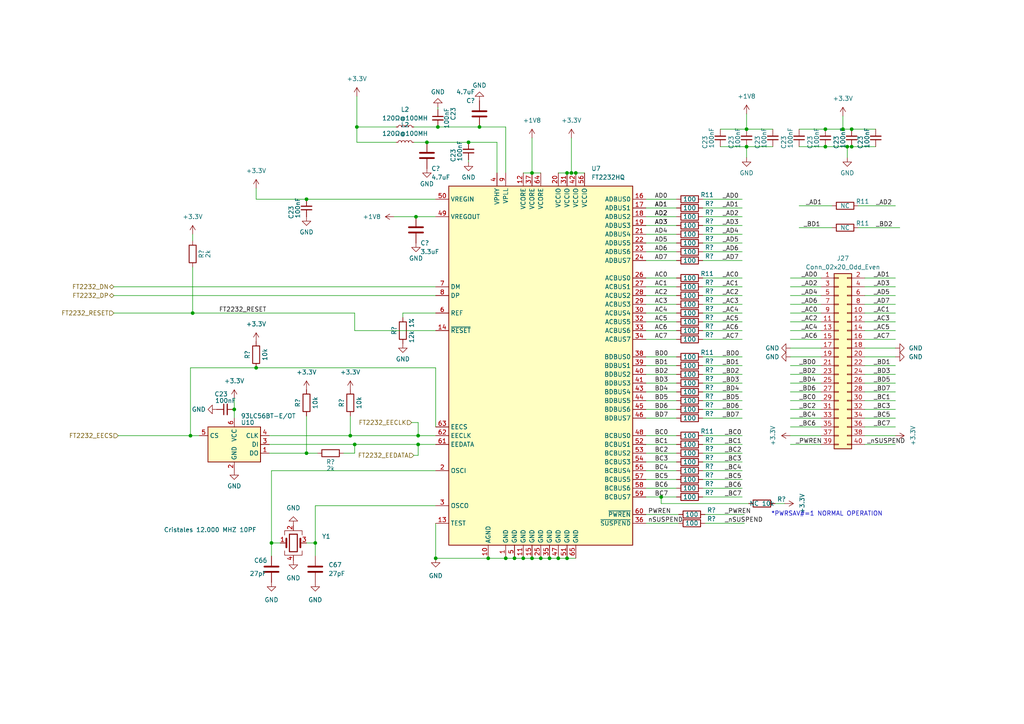
<source format=kicad_sch>
(kicad_sch (version 20230121) (generator eeschema)
  (paper "A4")
  (junction (at 120.65 62.865))
  (junction (at 103.505 36.83))
  (junction (at 216.535 42.545))
  (junction (at 151.765 161.925))
  (junction (at 146.685 161.925))
  (junction (at 88.9 131.445))
  (junction (at 247.015 37.465))
  (junction (at 102.87 128.905))
  (junction (at 55.88 90.805))
  (junction (at 239.395 37.465))
  (junction (at 101.6 126.365))
  (junction (at 216.535 37.465))
  (junction (at 123.825 41.275))
  (junction (at 165.735 50.165))
  (junction (at 88.9 57.785))
  (junction (at 164.465 50.165))
  (junction (at 154.305 50.165))
  (junction (at 74.295 106.68))
  (junction (at 127 36.83))
  (junction (at 239.395 42.545))
  (junction (at 154.305 161.925))
  (junction (at 247.015 42.545))
  (junction (at 91.44 157.48))
  (junction (at 161.925 161.925))
  (junction (at 141.605 161.925))
  (junction (at 121.285 126.365))
  (junction (at 149.225 161.925))
  (junction (at 67.945 118.745))
  (junction (at 164.465 161.925))
  (junction (at 78.74 157.48))
  (junction (at 135.89 41.275))
  (junction (at 159.385 161.925))
  (junction (at 167.005 50.165))
  (junction (at 55.245 126.365))
  (junction (at 139.065 36.83))
  (junction (at 191.77 144.145))
  (junction (at 126.365 161.925))
  (junction (at 245.745 42.545))
  (junction (at 156.845 161.925))
  (junction (at 244.475 37.465))
  (junction (at 121.285 128.905))
  (wire (pts (xy 120.015 36.83) (xy 127 36.83)))
  (wire (pts (xy 78.105 126.365) (xy 101.6 126.365)))
  (wire (pts (xy 229.235 106.045) (xy 238.125 106.045)))
  (wire (pts (xy 187.325 133.985) (xy 196.215 133.985)))
  (wire (pts (xy 101.6 126.365) (xy 121.285 126.365)))
  (wire (pts (xy 88.9 157.48) (xy 91.44 157.48)))
  (wire (pts (xy 121.285 128.905) (xy 126.365 128.905)))
  (wire (pts (xy 120.015 41.275) (xy 123.825 41.275)))
  (wire (pts (xy 78.74 161.29) (xy 78.74 157.48)))
  (wire (pts (xy 187.325 141.605) (xy 196.215 141.605)))
  (wire (pts (xy 114.3 62.865) (xy 120.65 62.865)))
  (wire (pts (xy 187.325 90.805) (xy 196.215 90.805)))
  (wire (pts (xy 203.835 111.125) (xy 215.265 111.125)))
  (wire (pts (xy 103.505 36.83) (xy 114.935 36.83)))
  (wire (pts (xy 216.535 42.545) (xy 224.155 42.545)))
  (wire (pts (xy 187.325 121.285) (xy 196.215 121.285)))
  (wire (pts (xy 250.825 118.745) (xy 259.715 118.745)))
  (wire (pts (xy 203.835 141.605) (xy 215.265 141.605)))
  (wire (pts (xy 55.88 77.47) (xy 55.88 90.805)))
  (wire (pts (xy 33.02 83.185) (xy 126.365 83.185)))
  (wire (pts (xy 167.005 50.165) (xy 169.545 50.165)))
  (wire (pts (xy 250.825 85.725) (xy 259.715 85.725)))
  (wire (pts (xy 231.775 59.69) (xy 241.3 59.69)))
  (wire (pts (xy 141.605 161.925) (xy 126.365 161.925)))
  (wire (pts (xy 250.825 100.965) (xy 259.715 100.965)))
  (wire (pts (xy 203.835 70.485) (xy 215.265 70.485)))
  (wire (pts (xy 203.835 88.265) (xy 215.265 88.265)))
  (wire (pts (xy 187.325 75.565) (xy 196.215 75.565)))
  (wire (pts (xy 229.235 80.645) (xy 238.125 80.645)))
  (wire (pts (xy 229.235 111.125) (xy 238.125 111.125)))
  (wire (pts (xy 229.235 90.805) (xy 238.125 90.805)))
  (wire (pts (xy 187.325 136.525) (xy 196.215 136.525)))
  (wire (pts (xy 250.825 103.505) (xy 259.715 103.505)))
  (wire (pts (xy 203.835 73.025) (xy 215.265 73.025)))
  (wire (pts (xy 187.325 70.485) (xy 196.215 70.485)))
  (wire (pts (xy 88.9 131.445) (xy 92.075 131.445)))
  (wire (pts (xy 245.745 42.545) (xy 247.015 42.545)))
  (wire (pts (xy 88.9 57.785) (xy 74.295 57.785)))
  (wire (pts (xy 78.74 157.48) (xy 81.28 157.48)))
  (wire (pts (xy 187.325 60.325) (xy 196.215 60.325)))
  (wire (pts (xy 156.845 161.925) (xy 154.305 161.925)))
  (wire (pts (xy 78.105 128.905) (xy 102.87 128.905)))
  (wire (pts (xy 187.325 103.505) (xy 196.215 103.505)))
  (wire (pts (xy 187.325 131.445) (xy 196.215 131.445)))
  (wire (pts (xy 103.505 27.94) (xy 103.505 36.83)))
  (wire (pts (xy 127 31.115) (xy 127 31.75)))
  (wire (pts (xy 161.925 161.925) (xy 159.385 161.925)))
  (wire (pts (xy 208.915 42.545) (xy 216.535 42.545)))
  (wire (pts (xy 146.685 161.925) (xy 141.605 161.925)))
  (wire (pts (xy 151.765 50.165) (xy 154.305 50.165)))
  (wire (pts (xy 187.325 88.265) (xy 196.215 88.265)))
  (wire (pts (xy 126.365 95.885) (xy 102.87 95.885)))
  (wire (pts (xy 203.835 90.805) (xy 215.265 90.805)))
  (wire (pts (xy 203.835 80.645) (xy 215.265 80.645)))
  (wire (pts (xy 250.825 123.825) (xy 259.715 123.825)))
  (wire (pts (xy 250.825 80.645) (xy 259.715 80.645)))
  (wire (pts (xy 187.325 73.025) (xy 196.215 73.025)))
  (wire (pts (xy 250.825 116.205) (xy 259.715 116.205)))
  (wire (pts (xy 78.74 136.525) (xy 126.365 136.525)))
  (wire (pts (xy 102.87 128.905) (xy 102.87 131.445)))
  (wire (pts (xy 250.825 93.345) (xy 259.715 93.345)))
  (wire (pts (xy 250.825 121.285) (xy 259.715 121.285)))
  (wire (pts (xy 203.835 113.665) (xy 215.265 113.665)))
  (wire (pts (xy 191.77 146.05) (xy 217.17 146.05)))
  (wire (pts (xy 191.77 144.145) (xy 196.215 144.145)))
  (wire (pts (xy 187.325 151.765) (xy 196.85 151.765)))
  (wire (pts (xy 229.235 88.265) (xy 238.125 88.265)))
  (wire (pts (xy 229.235 98.425) (xy 238.125 98.425)))
  (wire (pts (xy 203.835 144.145) (xy 215.265 144.145)))
  (wire (pts (xy 231.775 37.465) (xy 239.395 37.465)))
  (wire (pts (xy 229.235 123.825) (xy 238.125 123.825)))
  (wire (pts (xy 250.825 88.265) (xy 259.715 88.265)))
  (wire (pts (xy 34.29 126.365) (xy 55.245 126.365)))
  (wire (pts (xy 67.945 118.745) (xy 67.945 121.285)))
  (wire (pts (xy 78.105 131.445) (xy 88.9 131.445)))
  (wire (pts (xy 229.235 100.965) (xy 238.125 100.965)))
  (wire (pts (xy 33.02 90.805) (xy 55.88 90.805)))
  (wire (pts (xy 187.325 126.365) (xy 196.215 126.365)))
  (wire (pts (xy 74.295 57.785) (xy 74.295 54.61)))
  (wire (pts (xy 161.925 50.165) (xy 164.465 50.165)))
  (wire (pts (xy 187.325 80.645) (xy 196.215 80.645)))
  (wire (pts (xy 103.505 36.83) (xy 103.505 41.275)))
  (wire (pts (xy 154.305 161.925) (xy 151.765 161.925)))
  (wire (pts (xy 187.325 57.785) (xy 196.215 57.785)))
  (wire (pts (xy 248.92 59.69) (xy 259.715 59.69)))
  (wire (pts (xy 203.835 106.045) (xy 215.265 106.045)))
  (wire (pts (xy 250.825 106.045) (xy 259.715 106.045)))
  (wire (pts (xy 159.385 161.925) (xy 156.845 161.925)))
  (wire (pts (xy 203.835 60.325) (xy 215.265 60.325)))
  (wire (pts (xy 231.775 42.545) (xy 239.395 42.545)))
  (wire (pts (xy 203.835 67.945) (xy 215.265 67.945)))
  (wire (pts (xy 119.38 122.555) (xy 121.285 122.555)))
  (wire (pts (xy 187.325 113.665) (xy 196.215 113.665)))
  (wire (pts (xy 244.475 37.465) (xy 247.015 37.465)))
  (wire (pts (xy 127 36.83) (xy 139.065 36.83)))
  (wire (pts (xy 102.87 128.905) (xy 121.285 128.905)))
  (wire (pts (xy 203.835 103.505) (xy 215.265 103.505)))
  (wire (pts (xy 229.235 103.505) (xy 238.125 103.505)))
  (wire (pts (xy 216.535 42.545) (xy 216.535 45.72)))
  (wire (pts (xy 250.825 83.185) (xy 259.715 83.185)))
  (wire (pts (xy 187.325 83.185) (xy 196.215 83.185)))
  (wire (pts (xy 101.6 120.65) (xy 101.6 126.365)))
  (wire (pts (xy 121.285 122.555) (xy 121.285 126.365)))
  (wire (pts (xy 250.825 108.585) (xy 259.715 108.585)))
  (wire (pts (xy 116.84 90.805) (xy 116.84 92.075)))
  (wire (pts (xy 203.835 65.405) (xy 215.265 65.405)))
  (wire (pts (xy 167.005 161.925) (xy 164.465 161.925)))
  (wire (pts (xy 229.235 93.345) (xy 238.125 93.345)))
  (wire (pts (xy 229.235 85.725) (xy 238.125 85.725)))
  (wire (pts (xy 121.285 126.365) (xy 126.365 126.365)))
  (wire (pts (xy 91.44 146.685) (xy 91.44 157.48)))
  (wire (pts (xy 121.285 132.08) (xy 121.285 128.905)))
  (wire (pts (xy 247.015 37.465) (xy 254 37.465)))
  (wire (pts (xy 250.825 90.805) (xy 259.715 90.805)))
  (wire (pts (xy 203.835 139.065) (xy 215.265 139.065)))
  (wire (pts (xy 239.395 42.545) (xy 245.745 42.545)))
  (wire (pts (xy 203.835 57.785) (xy 215.265 57.785)))
  (wire (pts (xy 102.87 95.885) (xy 102.87 90.805)))
  (wire (pts (xy 187.325 85.725) (xy 196.215 85.725)))
  (wire (pts (xy 247.015 42.545) (xy 254 42.545)))
  (wire (pts (xy 250.825 128.905) (xy 259.715 128.905)))
  (wire (pts (xy 149.225 161.925) (xy 146.685 161.925)))
  (wire (pts (xy 245.745 42.545) (xy 245.745 45.72)))
  (wire (pts (xy 55.245 126.365) (xy 57.785 126.365)))
  (wire (pts (xy 187.325 128.905) (xy 196.215 128.905)))
  (wire (pts (xy 144.145 50.165) (xy 144.145 41.275)))
  (wire (pts (xy 250.825 98.425) (xy 259.715 98.425)))
  (wire (pts (xy 187.325 106.045) (xy 196.215 106.045)))
  (wire (pts (xy 231.775 66.04) (xy 241.3 66.04)))
  (wire (pts (xy 250.825 95.885) (xy 259.715 95.885)))
  (wire (pts (xy 187.325 149.225) (xy 196.85 149.225)))
  (wire (pts (xy 187.325 116.205) (xy 196.215 116.205)))
  (wire (pts (xy 126.365 146.685) (xy 91.44 146.685)))
  (wire (pts (xy 229.235 118.745) (xy 238.125 118.745)))
  (wire (pts (xy 250.825 113.665) (xy 259.715 113.665)))
  (wire (pts (xy 203.835 116.205) (xy 215.265 116.205)))
  (wire (pts (xy 203.835 136.525) (xy 215.265 136.525)))
  (wire (pts (xy 120.65 62.865) (xy 126.365 62.865)))
  (wire (pts (xy 67.945 115.57) (xy 67.945 118.745)))
  (wire (pts (xy 126.365 161.925) (xy 126.365 151.765)))
  (wire (pts (xy 164.465 50.165) (xy 165.735 50.165)))
  (wire (pts (xy 216.535 37.465) (xy 224.155 37.465)))
  (wire (pts (xy 259.715 126.365) (xy 250.825 126.365)))
  (wire (pts (xy 91.44 157.48) (xy 91.44 161.29)))
  (wire (pts (xy 187.325 144.145) (xy 191.77 144.145)))
  (wire (pts (xy 135.89 46.355) (xy 135.89 46.99)))
  (wire (pts (xy 203.835 85.725) (xy 215.265 85.725)))
  (wire (pts (xy 154.305 50.165) (xy 156.845 50.165)))
  (wire (pts (xy 203.835 131.445) (xy 215.265 131.445)))
  (wire (pts (xy 154.305 40.005) (xy 154.305 50.165)))
  (wire (pts (xy 165.735 50.165) (xy 167.005 50.165)))
  (wire (pts (xy 187.325 118.745) (xy 196.215 118.745)))
  (wire (pts (xy 126.365 57.785) (xy 88.9 57.785)))
  (wire (pts (xy 203.835 118.745) (xy 215.265 118.745)))
  (wire (pts (xy 203.835 133.985) (xy 215.265 133.985)))
  (wire (pts (xy 248.92 66.04) (xy 260.985 66.04)))
  (wire (pts (xy 139.065 36.83) (xy 146.685 36.83)))
  (wire (pts (xy 204.47 151.765) (xy 215.9 151.765)))
  (wire (pts (xy 203.835 62.865) (xy 215.265 62.865)))
  (wire (pts (xy 99.695 131.445) (xy 102.87 131.445)))
  (wire (pts (xy 187.325 65.405) (xy 196.215 65.405)))
  (wire (pts (xy 204.47 149.225) (xy 215.9 149.225)))
  (wire (pts (xy 229.235 126.365) (xy 238.125 126.365)))
  (wire (pts (xy 151.765 161.925) (xy 149.225 161.925)))
  (wire (pts (xy 78.74 157.48) (xy 78.74 136.525)))
  (wire (pts (xy 74.295 106.68) (xy 55.245 106.68)))
  (wire (pts (xy 203.835 128.905) (xy 215.265 128.905)))
  (wire (pts (xy 33.02 85.725) (xy 126.365 85.725)))
  (wire (pts (xy 165.735 40.005) (xy 165.735 50.165)))
  (wire (pts (xy 126.365 106.68) (xy 74.295 106.68)))
  (wire (pts (xy 203.835 108.585) (xy 215.265 108.585)))
  (wire (pts (xy 187.325 98.425) (xy 196.215 98.425)))
  (wire (pts (xy 126.365 123.825) (xy 126.365 106.68)))
  (wire (pts (xy 203.835 126.365) (xy 215.265 126.365)))
  (wire (pts (xy 123.825 41.275) (xy 135.89 41.275)))
  (wire (pts (xy 229.235 95.885) (xy 238.125 95.885)))
  (wire (pts (xy 203.835 121.285) (xy 215.265 121.285)))
  (wire (pts (xy 164.465 161.925) (xy 161.925 161.925)))
  (wire (pts (xy 203.835 83.185) (xy 215.265 83.185)))
  (wire (pts (xy 135.89 41.275) (xy 144.145 41.275)))
  (wire (pts (xy 55.245 106.68) (xy 55.245 126.365)))
  (wire (pts (xy 187.325 67.945) (xy 196.215 67.945)))
  (wire (pts (xy 146.685 50.165) (xy 146.685 36.83)))
  (wire (pts (xy 114.935 41.275) (xy 103.505 41.275)))
  (wire (pts (xy 203.835 93.345) (xy 215.265 93.345)))
  (wire (pts (xy 224.79 146.05) (xy 227.584 146.05)))
  (wire (pts (xy 55.88 67.945) (xy 55.88 69.85)))
  (wire (pts (xy 229.235 108.585) (xy 238.125 108.585)))
  (wire (pts (xy 203.835 95.885) (xy 215.265 95.885)))
  (wire (pts (xy 250.825 111.125) (xy 259.715 111.125)))
  (wire (pts (xy 229.235 83.185) (xy 238.125 83.185)))
  (wire (pts (xy 187.325 93.345) (xy 196.215 93.345)))
  (wire (pts (xy 203.835 75.565) (xy 215.265 75.565)))
  (wire (pts (xy 191.77 144.145) (xy 191.77 146.05)))
  (wire (pts (xy 229.235 128.905) (xy 238.125 128.905)))
  (wire (pts (xy 187.325 95.885) (xy 196.215 95.885)))
  (wire (pts (xy 229.235 116.205) (xy 238.125 116.205)))
  (wire (pts (xy 126.365 90.805) (xy 116.84 90.805)))
  (wire (pts (xy 88.9 120.65) (xy 88.9 131.445)))
  (wire (pts (xy 187.325 108.585) (xy 196.215 108.585)))
  (wire (pts (xy 229.235 113.665) (xy 238.125 113.665)))
  (wire (pts (xy 187.325 62.865) (xy 196.215 62.865)))
  (wire (pts (xy 203.835 98.425) (xy 215.265 98.425)))
  (wire (pts (xy 229.235 121.285) (xy 238.125 121.285)))
  (wire (pts (xy 244.475 33.655) (xy 244.475 37.465)))
  (wire (pts (xy 216.535 33.02) (xy 216.535 37.465)))
  (wire (pts (xy 187.325 139.065) (xy 196.215 139.065)))
  (wire (pts (xy 55.88 90.805) (xy 102.87 90.805)))
  (wire (pts (xy 208.915 37.465) (xy 216.535 37.465)))
  (wire (pts (xy 120.015 132.08) (xy 121.285 132.08)))
  (wire (pts (xy 239.395 37.465) (xy 244.475 37.465)))
  (wire (pts (xy 187.325 111.125) (xy 196.215 111.125)))
  (text "*PWRSAV#=1 NORMAL OPERATION\n" (at 223.647 149.86 0) (effects (font (size 1.27 1.27)) (justify left bottom)))
  (label "AD0" (at 189.865 57.785 0))
  (label "_BC7" (at 253.365 123.825 0))
  (label "AC2" (at 189.865 85.725 0))
  (label "_AC2" (at 209.55 85.725 0))
  (label "_AC6" (at 232.41 98.425 0))
  (label "_BD7" (at 209.55 121.285 0))
  (label "AD1" (at 189.865 60.325 0))
  (label "BC2" (at 189.865 131.445 0))
  (label "AD6" (at 189.865 73.025 0))
  (label "_AC4" (at 209.55 90.805 0))
  (label "AD3" (at 189.865 65.405 0))
  (label "BC1" (at 189.865 128.905 0))
  (label "_PWREN" (at 210.185 149.225 0))
  (label "_AD1" (at 233.68 59.69 0))
  (label "AC0" (at 189.865 80.645 0))
  (label "_AD0" (at 209.55 57.785 0))
  (label "_AD0" (at 232.41 80.645 0))
  (label "PWREN" (at 187.96 149.225 0))
  (label "BD6" (at 189.865 118.745 0))
  (label "_AD7" (at 253.365 88.265 0))
  (label "BC7" (at 189.865 144.145 0))
  (label "_AD5" (at 209.55 70.485 0))
  (label "_BD5" (at 209.55 116.205 0))
  (label "_AC4" (at 232.41 95.885 0))
  (label "_AD5" (at 253.365 85.725 0))
  (label "_BC3" (at 210.185 133.985 0))
  (label "_AC5" (at 209.55 93.345 0))
  (label "_BD1" (at 233.045 66.04 0))
  (label "_nSUSPEND" (at 210.185 151.765 0))
  (label "_AD2" (at 209.55 62.865 0))
  (label "_AC0" (at 232.41 90.805 0))
  (label "BC0" (at 189.865 126.365 0))
  (label "_BC0" (at 231.775 116.205 0))
  (label "_AC5" (at 253.365 95.885 0))
  (label "_BD2" (at 231.775 108.585 0))
  (label "_BD3" (at 253.365 108.585 0))
  (label "AC4" (at 189.865 90.805 0))
  (label "_BD7" (at 253.365 113.665 0))
  (label "_AC1" (at 253.365 90.805 0))
  (label "_BD4" (at 231.775 111.125 0))
  (label "AD5" (at 189.865 70.485 0))
  (label "BC4" (at 189.865 136.525 0))
  (label "AC1" (at 189.865 83.185 0))
  (label "_AC0" (at 209.55 80.645 0))
  (label "_AC1" (at 209.55 83.185 0))
  (label "_BD1" (at 209.55 106.045 0))
  (label "BD3" (at 189.865 111.125 0))
  (label "_AC3" (at 253.365 93.345 0))
  (label "_BD0" (at 209.55 103.505 0))
  (label "AC7" (at 189.865 98.425 0))
  (label "AC3" (at 189.865 88.265 0))
  (label "nSUSPEND" (at 187.96 151.765 0))
  (label "_BC0" (at 210.185 126.365 0))
  (label "_AD3" (at 209.55 65.405 0))
  (label "_AD6" (at 232.41 88.265 0))
  (label "_BD5" (at 253.365 111.125 0))
  (label "AD4" (at 189.865 67.945 0))
  (label "_BC1" (at 253.365 116.205 0))
  (label "_BC2" (at 231.775 118.745 0))
  (label "_AC6" (at 209.55 95.885 0))
  (label "BD7" (at 189.865 121.285 0))
  (label "AC6" (at 189.865 95.885 0))
  (label "_BD6" (at 231.775 113.665 0))
  (label "_BC6" (at 210.185 141.605 0))
  (label "BC3" (at 189.865 133.985 0))
  (label "_AD1" (at 253.365 80.645 0))
  (label "AD1" (at 189.865 60.325 0))
  (label "_BC7" (at 210.185 144.145 0))
  (label "_AD7" (at 209.55 75.565 0))
  (label "_AD3" (at 253.365 83.185 0))
  (label "_BD1" (at 253.365 106.045 0))
  (label "_AD2" (at 232.41 83.185 0))
  (label "_AD4" (at 232.41 85.725 0))
  (label "AD2" (at 189.865 62.865 0))
  (label "FT2232_RESET" (at 63.5 90.805 0))
  (label "BC6" (at 189.865 141.605 0))
  (label "_AD6" (at 209.55 73.025 0))
  (label "BD0" (at 189.865 103.505 0))
  (label "_PWREN" (at 230.759 128.905 0))
  (label "_BC4" (at 231.775 121.285 0))
  (label "_AD1" (at 209.55 60.325 0))
  (label "BD4" (at 189.865 113.665 0))
  (label "BD2" (at 189.865 108.585 0))
  (label "BD1" (at 189.865 106.045 0))
  (label "_BD6" (at 209.55 118.745 0))
  (label "_BD3" (at 209.55 111.125 0))
  (label "_AC3" (at 209.55 88.265 0))
  (label "_BC6" (at 231.775 123.825 0))
  (label "_AD2" (at 254 59.69 0))
  (label "_AC7" (at 209.55 98.425 0))
  (label "_BC3" (at 253.365 118.745 0))
  (label "BD5" (at 189.865 116.205 0))
  (label "_AD4" (at 209.55 67.945 0))
  (label "AC5" (at 189.865 93.345 0))
  (label "_nSUSPEND" (at 251.46 128.905 0))
  (label "BC5" (at 189.865 139.065 0))
  (label "_BC1" (at 210.185 128.905 0))
  (label "AD7" (at 189.865 75.565 0))
  (label "AD2" (at 189.865 62.865 0))
  (label "_BC5" (at 253.365 121.285 0))
  (label "_AC7" (at 253.365 98.425 0))
  (label "_BD2" (at 254 66.04 0))
  (label "_BD0" (at 231.775 106.045 0))
  (label "_BD2" (at 209.55 108.585 0))
  (label "AD3" (at 189.865 65.405 0))
  (label "_BC2" (at 210.185 131.445 0))
  (label "_BC4" (at 210.185 136.525 0))
  (label "_BC5" (at 210.185 139.065 0))
  (label "_AC2" (at 232.41 93.345 0))
  (label "_BD4" (at 209.55 113.665 0))
  (hierarchical_label "FT2232_EECS" (shape input) (at 34.29 126.365 180))
  (hierarchical_label "FT2232_EEDATA" (shape input) (at 120.015 132.08 180))
  (hierarchical_label "FT2232_EECLK" (shape input) (at 119.38 122.555 180))
  (hierarchical_label "FT2232_RESET" (shape input) (at 33.02 90.805 180))
  (hierarchical_label "FT2232_DN" (shape bidirectional) (at 33.02 83.185 180))
  (hierarchical_label "FT2232_DP" (shape bidirectional) (at 33.02 85.725 180))
  (symbol (lib_id "power:+3.3V") (at 88.9 113.03 0) (unit 1)
    (property "Reference" "#PWR013" (effects hide))
    (property "Value" "+3.3V" (at 88.9 107.95 0))
    (instances (project "jumpstarter" (path "" (reference "#PWR013") (unit 1)) (path "" (reference "#PWR0109") (unit 1)) (path "" (reference "#PWR0146") (unit 1))))
  )
  (symbol (lib_id "Device:R") (at 200.025 108.585 90) (unit 1)
    (property "Reference" "R?" (at 205.74 107.315 90))
    (property "Value" "100" (at 200.025 108.585 90))
    (property "Footprint" "Resistor_SMD:R_0402_1005Metric" (effects hide))
    (property "MFN" "RTT021000FTH" (effects hide))
    (property "MPN" "RTT021000FTH" (effects hide))
    (instances (project "jumpstarter" (path "" (reference "R?") (unit 1)) (path "" (reference "R?") (unit 1)) (path "" (reference "R91") (unit 1))))
  )
  (symbol (lib_id "power:+3.3V") (at 74.295 54.61 0) (unit 1)
    (property "Reference" "#PWR013" (effects hide))
    (property "Value" "+3.3V" (at 74.295 49.53 0))
    (instances (project "jumpstarter" (path "" (reference "#PWR013") (unit 1)) (path "" (reference "#PWR0109") (unit 1)) (path "" (reference "#PWR0191") (unit 1))))
  )
  (symbol (lib_id "power:+3.3V") (at 165.735 40.005 0) (unit 1)
    (property "Reference" "#PWR013" (effects hide))
    (property "Value" "+3.3V" (at 165.735 34.925 0))
    (instances (project "jumpstarter" (path "" (reference "#PWR013") (unit 1)) (path "" (reference "#PWR0109") (unit 1)) (path "" (reference "#PWR0198") (unit 1))))
  )
  (symbol (lib_id "Device:R") (at 55.88 73.66 180) (unit 1)
    (property "Reference" "R?" (at 58.42 73.66 90))
    (property "Value" "2k" (at 60.325 73.66 90))
    (property "Footprint" "Resistor_SMD:R_0402_1005Metric" (effects hide))
    (property "MFN" "RTT02202JTH" (effects hide))
    (property "MPN" "RTT02202JTH" (effects hide))
    (instances (project "jumpstarter" (path "" (reference "R?") (unit 1)) (path "" (reference "R4") (unit 1)) (path "" (reference "R19") (unit 1)) (path "" (reference "R38") (unit 1))))
  )
  (symbol (lib_id "Device:R") (at 200.025 70.485 90) (unit 1)
    (property "Reference" "R?" (at 205.74 69.215 90))
    (property "Value" "100" (at 200.025 70.485 90))
    (property "Footprint" "Resistor_SMD:R_0402_1005Metric" (effects hide))
    (property "MFN" "RTT021000FTH" (effects hide))
    (property "MPN" "RTT021000FTH" (effects hide))
    (instances (project "jumpstarter" (path "" (reference "R?") (unit 1)) (path "" (reference "R?") (unit 1)) (path "" (reference "R78") (unit 1))))
  )
  (symbol (lib_id "Device:C") (at 91.44 165.1 180) (unit 1)
    (property "Reference" "C67" (at 95.25 163.83 0) (effects (justify right)))
    (property "Value" "27pF" (at 95.25 166.37 0) (effects (justify right)))
    (property "Footprint" "Capacitor_SMD:C_0402_1005Metric" (effects hide))
    (property "MFN" "UMK105CG270JVHF" (effects hide))
    (property "MPN" "UMK105CG270JVHF" (effects hide))
    (instances (project "jumpstarter" (path "" (reference "C67") (unit 1)) (path "" (reference "C69") (unit 1)) (path "" (reference "C72") (unit 1))))
  )
  (symbol (lib_id "Device:R") (at 200.025 141.605 90) (unit 1)
    (property "Reference" "R?" (at 205.74 140.335 90))
    (property "Value" "100" (at 200.025 141.605 90))
    (property "Footprint" "Resistor_SMD:R_0402_1005Metric" (effects hide))
    (property "MFN" "RTT021000FTH" (effects hide))
    (property "MPN" "RTT021000FTH" (effects hide))
    (instances (project "jumpstarter" (path "" (reference "R?") (unit 1)) (path "" (reference "R?") (unit 1)) (path "" (reference "R103") (unit 1))))
  )
  (symbol (lib_id "Device:L_Small") (at 117.475 36.83 90) (unit 1)
    (property "Reference" "L2" (at 117.475 31.75 90))
    (property "Value" "120Ω@100MH" (at 117.475 34.29 90))
    (property "Footprint" "Inductor_SMD:L_0402_1005Metric" (effects hide))
    (property "Datasheet" "https://file.elecfans.com/web1/M00/97/E4/o4YBAF0SvjyAIUExAANDHpe_qNs996.pdf?filename=BLM15_Murata.pdf" (effects hide))
    (property "MPN" "BLM15AG121SH1D" (effects hide))
    (property "MFN" "BLM15AG121SH1D" (effects hide))
    (instances (project "jumpstarter" (path "" (reference "L2") (unit 1)) (path "" (reference "L2") (unit 1)) (path "" (reference "L7") (unit 1))))
  )
  (symbol (lib_id "Device:C_Small") (at 239.395 40.005 180) (unit 1)
    (property "Reference" "C23" (at 234.95 41.275 90))
    (property "Value" "100nF" (at 236.855 40.005 90))
    (property "Footprint" "Capacitor_SMD:C_0402_1005Metric" (effects hide))
    (property "MPN" "CL05B104K05NNNC" (effects hide))
    (property "MPN2" "TCC0402X7R104M160AT" (effects hide))
    (property "MFN" "CL10B104KB8NNNC" (effects hide))
    (instances (project "jumpstarter" (path "" (reference "C23") (unit 1)) (path "" (reference "C95") (unit 1))))
  )
  (symbol (lib_id "Device:R") (at 116.84 95.885 0) (unit 1)
    (property "Reference" "R?" (at 114.3 95.885 90))
    (property "Value" "12k 1%" (at 119.38 95.885 90))
    (property "Footprint" "Resistor_SMD:R_0402_1005Metric" (effects hide))
    (property "MFN" "RTT021202FTH" (effects hide))
    (property "MPN" "RTT021202FTH" (effects hide))
    (instances (project "jumpstarter" (path "" (reference "R?") (unit 1)) (path "" (reference "R4") (unit 1)) (path "" (reference "R19") (unit 1)) (path "" (reference "R37") (unit 1))))
  )
  (symbol (lib_id "Device:R") (at 200.025 113.665 90) (unit 1)
    (property "Reference" "R?" (at 205.74 112.395 90))
    (property "Value" "100" (at 200.025 113.665 90))
    (property "Footprint" "Resistor_SMD:R_0402_1005Metric" (effects hide))
    (property "MFN" "RTT021000FTH" (effects hide))
    (property "MPN" "RTT021000FTH" (effects hide))
    (instances (project "jumpstarter" (path "" (reference "R?") (unit 1)) (path "" (reference "R?") (unit 1)) (path "" (reference "R93") (unit 1))))
  )
  (symbol (lib_id "Device:R") (at 200.025 126.365 90) (unit 1)
    (property "Reference" "R11" (at 205.105 125.095 90))
    (property "Value" "100" (at 200.025 126.365 90))
    (property "Footprint" "Resistor_SMD:R_0402_1005Metric" (effects hide))
    (property "MFN" "RTT021000FTH" (effects hide))
    (property "MPN" "RTT021000FTH" (effects hide))
    (instances (project "jumpstarter" (path "" (reference "R11") (unit 1)) (path "" (reference "R11") (unit 1)) (path "" (reference "R97") (unit 1))))
  )
  (symbol (lib_id "Device:R") (at 200.025 118.745 90) (unit 1)
    (property "Reference" "R?" (at 205.74 117.475 90))
    (property "Value" "100" (at 200.025 118.745 90))
    (property "Footprint" "Resistor_SMD:R_0402_1005Metric" (effects hide))
    (property "MFN" "RTT021000FTH" (effects hide))
    (property "MPN" "RTT021000FTH" (effects hide))
    (instances (project "jumpstarter" (path "" (reference "R?") (unit 1)) (path "" (reference "R?") (unit 1)) (path "" (reference "R95") (unit 1))))
  )
  (symbol (lib_id "power:GND") (at 259.715 100.965 90) (unit 1)
    (property "Reference" "#PWR0140" (effects hide))
    (property "Value" "GND" (at 263.525 100.965 90) (effects (justify right)))
    (instances (project "jumpstarter" (path "" (reference "#PWR0140") (unit 1)) (path "" (reference "#PWR0144") (unit 1)) (path "" (reference "#PWR0203") (unit 1))))
  )
  (symbol (lib_id "power:GND") (at 116.84 99.695 0) (unit 1)
    (property "Reference" "#PWR0140" (effects hide))
    (property "Value" "GND" (at 116.84 104.14 0))
    (instances (project "jumpstarter" (path "" (reference "#PWR0140") (unit 1)) (path "" (reference "#PWR0144") (unit 1)) (path "" (reference "#PWR0156") (unit 1))))
  )
  (symbol (lib_id "power:+1V8") (at 216.535 33.02 0) (unit 1)
    (property "Reference" "#PWR0194" (effects hide))
    (property "Value" "+1V8" (at 216.535 27.94 0))
  )
  (symbol (lib_id "power:GND") (at 85.09 162.56 0) (unit 1)
    (property "Reference" "#PWR0139" (effects hide))
    (property "Value" "GND" (at 85.09 167.64 0))
    (instances (project "jumpstarter" (path "" (reference "#PWR0139") (unit 1)) (path "" (reference "#PWR0143") (unit 1)) (path "" (reference "#PWR0153") (unit 1))))
  )
  (symbol (lib_id "power:GND") (at 127 31.115 180) (unit 1)
    (property "Reference" "#PWR0140" (effects hide))
    (property "Value" "GND" (at 127 26.67 0))
    (instances (project "jumpstarter" (path "" (reference "#PWR0140") (unit 1)) (path "" (reference "#PWR0144") (unit 1)) (path "" (reference "#PWR0201") (unit 1))))
  )
  (symbol (lib_id "Device:R") (at 200.025 83.185 90) (unit 1)
    (property "Reference" "R?" (at 205.74 81.915 90))
    (property "Value" "100" (at 200.025 83.185 90))
    (property "Footprint" "Resistor_SMD:R_0402_1005Metric" (effects hide))
    (property "MFN" "RTT021000FTH" (effects hide))
    (property "MPN" "RTT021000FTH" (effects hide))
    (instances (project "jumpstarter" (path "" (reference "R?") (unit 1)) (path "" (reference "R?") (unit 1)) (path "" (reference "R82") (unit 1))))
  )
  (symbol (lib_id "Device:C") (at 139.065 33.02 180) (unit 1)
    (property "Reference" "C?" (at 137.795 29.21 0) (effects (justify left)))
    (property "Value" "4.7uF" (at 137.795 26.67 0) (effects (justify left)))
    (property "Footprint" "Capacitor_SMD:C_0603_1608Metric" (effects hide))
    (property "Description" "4.7uF 6.3V 10%" (effects hide))
    (property "MFN" "CSA0603X5R475K6R3JT" (effects hide))
    (property "MPN" "CSA0603X5R475K6R3JT" (effects hide))
    (instances (project "jumpstarter" (path "" (reference "C?") (unit 1)) (path "" (reference "C6") (unit 1)) (path "" (reference "C21") (unit 1)) (path "" (reference "C65") (unit 1)) (path "" (reference "C85") (unit 1)) (path "" (reference "C99") (unit 1))))
  )
  (symbol (lib_id "Device:R") (at 200.025 65.405 90) (unit 1)
    (property "Reference" "R?" (at 205.74 64.135 90))
    (property "Value" "100" (at 200.025 65.405 90))
    (property "Footprint" "Resistor_SMD:R_0402_1005Metric" (effects hide))
    (property "MFN" "RTT021000FTH" (effects hide))
    (property "MPN" "RTT021000FTH" (effects hide))
    (instances (project "jumpstarter" (path "" (reference "R?") (unit 1)) (path "" (reference "R?") (unit 1)) (path "" (reference "R76") (unit 1))))
  )
  (symbol (lib_id "Device:R") (at 200.025 133.985 90) (unit 1)
    (property "Reference" "R?" (at 205.74 132.715 90))
    (property "Value" "100" (at 200.025 133.985 90))
    (property "Footprint" "Resistor_SMD:R_0402_1005Metric" (effects hide))
    (property "MFN" "RTT021000FTH" (effects hide))
    (property "MPN" "RTT021000FTH" (effects hide))
    (instances (project "jumpstarter" (path "" (reference "R?") (unit 1)) (path "" (reference "R?") (unit 1)) (path "" (reference "R100") (unit 1))))
  )
  (symbol (lib_id "Device:R") (at 220.98 146.05 90) (unit 1)
    (property "Reference" "R?" (at 226.695 144.78 90))
    (property "Value" "NC 10k" (at 220.98 146.05 90))
    (property "Footprint" "Resistor_SMD:R_0402_1005Metric" (effects hide))
    (property "MFN" "NC" (effects hide))
    (property "MPN" "NC" (effects hide))
    (instances (project "jumpstarter" (path "" (reference "R?") (unit 1)) (path "" (reference "R?") (unit 1)) (path "" (reference "R118") (unit 1))))
  )
  (symbol (lib_id "Device:R") (at 200.025 121.285 90) (unit 1)
    (property "Reference" "R?" (at 205.74 120.015 90))
    (property "Value" "100" (at 200.025 121.285 90))
    (property "Footprint" "Resistor_SMD:R_0402_1005Metric" (effects hide))
    (property "MFN" "RTT021000FTH" (effects hide))
    (property "MPN" "RTT021000FTH" (effects hide))
    (instances (project "jumpstarter" (path "" (reference "R?") (unit 1)) (path "" (reference "R?") (unit 1)) (path "" (reference "R96") (unit 1))))
  )
  (symbol (lib_id "Device:R") (at 200.025 67.945 90) (unit 1)
    (property "Reference" "R?" (at 205.74 66.675 90))
    (property "Value" "100" (at 200.025 67.945 90))
    (property "Footprint" "Resistor_SMD:R_0402_1005Metric" (effects hide))
    (property "MFN" "RTT021000FTH" (effects hide))
    (property "MPN" "RTT021000FTH" (effects hide))
    (instances (project "jumpstarter" (path "" (reference "R?") (unit 1)) (path "" (reference "R?") (unit 1)) (path "" (reference "R77") (unit 1))))
  )
  (symbol (lib_id "power:GND") (at 245.745 45.72 0) (unit 1)
    (property "Reference" "#PWR0140" (effects hide))
    (property "Value" "GND" (at 245.745 50.165 0))
    (instances (project "jumpstarter" (path "" (reference "#PWR0140") (unit 1)) (path "" (reference "#PWR0144") (unit 1)) (path "" (reference "#PWR0197") (unit 1))))
  )
  (symbol (lib_id "power:GND") (at 120.65 70.485 0) (unit 1)
    (property "Reference" "#PWR0140" (effects hide))
    (property "Value" "GND" (at 120.65 74.93 0))
    (instances (project "jumpstarter" (path "" (reference "#PWR0140") (unit 1)) (path "" (reference "#PWR0144") (unit 1)) (path "" (reference "#PWR017") (unit 1))))
  )
  (symbol (lib_id "power:GND") (at 88.9 62.865 0) (unit 1)
    (property "Reference" "#PWR0140" (effects hide))
    (property "Value" "GND" (at 88.9 67.31 0))
    (instances (project "jumpstarter" (path "" (reference "#PWR0140") (unit 1)) (path "" (reference "#PWR0144") (unit 1)) (path "" (reference "#PWR0192") (unit 1))))
  )
  (symbol (lib_id "power:+3.3V") (at 244.475 33.655 0) (unit 1)
    (property "Reference" "#PWR013" (effects hide))
    (property "Value" "+3.3V" (at 244.475 28.575 0))
    (instances (project "jumpstarter" (path "" (reference "#PWR013") (unit 1)) (path "" (reference "#PWR0109") (unit 1)) (path "" (reference "#PWR0195") (unit 1))))
  )
  (symbol (lib_id "Connector_Generic:Conn_02x20_Odd_Even") (at 243.205 103.505 0) (unit 1)
    (property "Reference" "J27" (at 244.475 74.93 0))
    (property "Value" "Conn_02x20_Odd_Even" (at 244.475 77.47 0))
    (property "Footprint" "Connector_PinHeader_2.54mm:PinHeader_2x20_P2.54mm_Vertical_SMD" (effects hide))
    (property "Datasheet" "https://cdn.amphenol-cs.com/media/wysiwyg/files/drawing/95157.pdf" (effects hide))
    (property "MPN" "95157-440LF" (effects hide))
    (property "Link" "https://eu.mouser.com/ProductDetail/Amphenol-FCI/95157-440LF?qs=iiM6sTJtPEdbYu20WKVDSA%3D%3D" (effects hide))
    (property "MFN" "95157-440LF" (effects hide))
  )
  (symbol (lib_id "Device:R") (at 200.025 98.425 90) (unit 1)
    (property "Reference" "R?" (at 205.74 97.155 90))
    (property "Value" "100" (at 200.025 98.425 90))
    (property "Footprint" "Resistor_SMD:R_0402_1005Metric" (effects hide))
    (property "MFN" "RTT021000FTH" (effects hide))
    (property "MPN" "RTT021000FTH" (effects hide))
    (instances (project "jumpstarter" (path "" (reference "R?") (unit 1)) (path "" (reference "R?") (unit 1)) (path "" (reference "R88") (unit 1))))
  )
  (symbol (lib_id "Device:C_Small") (at 88.9 60.325 180) (unit 1)
    (property "Reference" "C23" (at 84.455 61.595 90))
    (property "Value" "100nF" (at 86.36 60.325 90))
    (property "Footprint" "Capacitor_SMD:C_0402_1005Metric" (effects hide))
    (property "MPN" "CL05B104K05NNNC" (effects hide))
    (property "MPN2" "TCC0402X7R104M160AT" (effects hide))
    (property "MFN" "CL10B104KB8NNNC" (effects hide))
    (instances (project "jumpstarter" (path "" (reference "C23") (unit 1)) (path "" (reference "C90") (unit 1))))
  )
  (symbol (lib_id "Device:R") (at 200.025 93.345 90) (unit 1)
    (property "Reference" "R?" (at 205.74 92.075 90))
    (property "Value" "100" (at 200.025 93.345 90))
    (property "Footprint" "Resistor_SMD:R_0402_1005Metric" (effects hide))
    (property "MFN" "RTT021000FTH" (effects hide))
    (property "MPN" "RTT021000FTH" (effects hide))
    (instances (project "jumpstarter" (path "" (reference "R?") (unit 1)) (path "" (reference "R?") (unit 1)) (path "" (reference "R86") (unit 1))))
  )
  (symbol (lib_id "Device:C") (at 78.74 165.1 180) (unit 1)
    (property "Reference" "C66" (at 73.66 162.56 0) (effects (justify right)))
    (property "Value" "27pF" (at 72.39 166.37 0) (effects (justify right)))
    (property "Footprint" "Capacitor_SMD:C_0402_1005Metric" (effects hide))
    (property "MFN" "UMK105CG270JVHF" (effects hide))
    (property "MPN" "UMK105CG270JVHF" (effects hide))
    (instances (project "jumpstarter" (path "" (reference "C66") (unit 1)) (path "" (reference "C68") (unit 1)) (path "" (reference "C71") (unit 1))))
  )
  (symbol (lib_id "Device:R") (at 200.025 75.565 90) (unit 1)
    (property "Reference" "R?" (at 205.74 74.295 90))
    (property "Value" "100" (at 200.025 75.565 90))
    (property "Footprint" "Resistor_SMD:R_0402_1005Metric" (effects hide))
    (property "MFN" "RTT021000FTH" (effects hide))
    (property "MPN" "RTT021000FTH" (effects hide))
    (instances (project "jumpstarter" (path "" (reference "R?") (unit 1)) (path "" (reference "R?") (unit 1)) (path "" (reference "R80") (unit 1))))
  )
  (symbol (lib_id "Device:R") (at 200.025 131.445 90) (unit 1)
    (property "Reference" "R?" (at 205.74 130.175 90))
    (property "Value" "100" (at 200.025 131.445 90))
    (property "Footprint" "Resistor_SMD:R_0402_1005Metric" (effects hide))
    (property "MFN" "RTT021000FTH" (effects hide))
    (property "MPN" "RTT021000FTH" (effects hide))
    (instances (project "jumpstarter" (path "" (reference "R?") (unit 1)) (path "" (reference "R?") (unit 1)) (path "" (reference "R99") (unit 1))))
  )
  (symbol (lib_id "Memory_EEPROM:93LCxxBxxOT") (at 67.945 128.905 0) (unit 1)
    (property "Reference" "U10" (at 69.85 122.555 0) (effects (justify left)))
    (property "Value" "93LC56BT-E/OT" (at 69.85 120.65 0) (effects (justify left)))
    (property "Footprint" "Package_TO_SOT_SMD:SOT-23-6" (effects hide))
    (property "Datasheet" "http://ww1.microchip.com/downloads/en/DeviceDoc/20001749K.pdf" (effects hide))
    (property "MPN" "93LC56BT-E/OT" (effects hide))
    (property "Link" "https://www2.mouser.com/ProductDetail/Microchip-Technology/93LC56BT-E-OT?qs=mKuojOqe%252BqOr0HXN84QqHA%3D%3D&_gl=1*vicagz*_ga*dW5kZWZpbmVk*_ga_15W4STQT4T*MTcwMjM3NTg5Mi40MS4xLjE3MDIzNzYwMjEuMzMuMC4w*_ga_1KQLCYKRX3*MTY5NTgwNDgyNS4zMC4xLjE2OTU4MDYxMzAuNjAuMC4w" (effects hide))
    (property "MFN" "93LC56BT-E/OT" (effects hide))
  )
  (symbol (lib_id "Device:R") (at 88.9 116.84 0) (unit 1)
    (property "Reference" "R?" (at 86.36 116.84 90))
    (property "Value" "10k" (at 91.44 116.84 90))
    (property "Footprint" "Resistor_SMD:R_0402_1005Metric" (effects hide))
    (property "MFN" "RTT02103JTH" (effects hide))
    (property "MPN" "RTT02103JTH" (effects hide))
    (instances (project "jumpstarter" (path "" (reference "R?") (unit 1)) (path "" (reference "R4") (unit 1)) (path "" (reference "R19") (unit 1)) (path "" (reference "R34") (unit 1))))
  )
  (symbol (lib_id "Device:C_Small") (at 127 34.29 0) (unit 1)
    (property "Reference" "C23" (at 131.445 33.02 90))
    (property "Value" "100nF" (at 129.54 34.29 90))
    (property "Footprint" "Capacitor_SMD:C_0402_1005Metric" (effects hide))
    (property "MPN" "CL05B104K05NNNC" (effects hide))
    (property "MPN2" "TCC0402X7R104M160AT" (effects hide))
    (property "MFN" "CL10B104KB8NNNC" (effects hide))
    (instances (project "jumpstarter" (path "" (reference "C23") (unit 1)) (path "" (reference "C100") (unit 1))))
  )
  (symbol (lib_id "Device:R") (at 245.11 59.69 90) (unit 1)
    (property "Reference" "R11" (at 250.19 58.42 90))
    (property "Value" "NC" (at 245.11 59.69 90))
    (property "Footprint" "Resistor_SMD:R_0805_2012Metric_Pad1.20x1.40mm_HandSolder" (effects hide))
    (property "MFN" "NC" (effects hide))
    (property "MPN" "NC" (effects hide))
    (instances (project "jumpstarter" (path "" (reference "R11") (unit 1)) (path "" (reference "R11") (unit 1)) (path "" (reference "R107") (unit 1))))
  )
  (symbol (lib_id "power:GND") (at 91.44 168.91 0) (unit 1)
    (property "Reference" "#PWR0140" (effects hide))
    (property "Value" "GND" (at 91.44 173.99 0))
    (instances (project "jumpstarter" (path "" (reference "#PWR0140") (unit 1)) (path "" (reference "#PWR0144") (unit 1)) (path "" (reference "#PWR0152") (unit 1))))
  )
  (symbol (lib_id "Device:R") (at 200.025 111.125 90) (unit 1)
    (property "Reference" "R?" (at 205.74 109.855 90))
    (property "Value" "100" (at 200.025 111.125 90))
    (property "Footprint" "Resistor_SMD:R_0402_1005Metric" (effects hide))
    (property "MFN" "RTT021000FTH" (effects hide))
    (property "MPN" "RTT021000FTH" (effects hide))
    (instances (project "jumpstarter" (path "" (reference "R?") (unit 1)) (path "" (reference "R?") (unit 1)) (path "" (reference "R92") (unit 1))))
  )
  (symbol (lib_id "Device:C") (at 123.825 45.085 0) (unit 1)
    (property "Reference" "C?" (at 125.095 48.895 0) (effects (justify left)))
    (property "Value" "4.7uF" (at 125.095 51.435 0) (effects (justify left)))
    (property "Footprint" "Capacitor_SMD:C_0603_1608Metric" (effects hide))
    (property "Description" "4.7uF 6.3V 10%" (effects hide))
    (property "MFN" "CSA0603X5R475K6R3JT" (effects hide))
    (property "MPN" "CSA0603X5R475K6R3JT" (effects hide))
    (instances (project "jumpstarter" (path "" (reference "C?") (unit 1)) (path "" (reference "C6") (unit 1)) (path "" (reference "C21") (unit 1)) (path "" (reference "C65") (unit 1)) (path "" (reference "C85") (unit 1)) (path "" (reference "C89") (unit 1))))
  )
  (symbol (lib_id "Device:C_Small") (at 208.915 40.005 180) (unit 1)
    (property "Reference" "C23" (at 204.47 41.275 90))
    (property "Value" "100nF" (at 206.375 40.005 90))
    (property "Footprint" "Capacitor_SMD:C_0402_1005Metric" (effects hide))
    (property "MPN" "CL05B104K05NNNC" (effects hide))
    (property "MPN2" "TCC0402X7R104M160AT" (effects hide))
    (property "MFN" "CL10B104KB8NNNC" (effects hide))
    (instances (project "jumpstarter" (path "" (reference "C23") (unit 1)) (path "" (reference "C91") (unit 1))))
  )
  (symbol (lib_id "Device:R") (at 200.025 139.065 90) (unit 1)
    (property "Reference" "R?" (at 205.74 137.795 90))
    (property "Value" "100" (at 200.025 139.065 90))
    (property "Footprint" "Resistor_SMD:R_0402_1005Metric" (effects hide))
    (property "MFN" "RTT021000FTH" (effects hide))
    (property "MPN" "RTT021000FTH" (effects hide))
    (instances (project "jumpstarter" (path "" (reference "R?") (unit 1)) (path "" (reference "R?") (unit 1)) (path "" (reference "R102") (unit 1))))
  )
  (symbol (lib_id "Device:R") (at 200.025 116.205 90) (unit 1)
    (property "Reference" "R?" (at 205.74 114.935 90))
    (property "Value" "100" (at 200.025 116.205 90))
    (property "Footprint" "Resistor_SMD:R_0402_1005Metric" (effects hide))
    (property "MFN" "RTT021000FTH" (effects hide))
    (property "MPN" "RTT021000FTH" (effects hide))
    (instances (project "jumpstarter" (path "" (reference "R?") (unit 1)) (path "" (reference "R?") (unit 1)) (path "" (reference "R94") (unit 1))))
  )
  (symbol (lib_id "power:+1V8") (at 114.3 62.865 90) (unit 1)
    (property "Reference" "#PWR016" (effects hide))
    (property "Value" "+1V8" (at 110.49 62.865 90) (effects (justify left)))
  )
  (symbol (lib_id "Device:R") (at 200.025 144.145 90) (unit 1)
    (property "Reference" "R?" (at 205.74 142.875 90))
    (property "Value" "100" (at 200.025 144.145 90))
    (property "Footprint" "Resistor_SMD:R_0402_1005Metric" (effects hide))
    (property "MFN" "RTT021000FTH" (effects hide))
    (property "MPN" "RTT021000FTH" (effects hide))
    (instances (project "jumpstarter" (path "" (reference "R?") (unit 1)) (path "" (reference "R?") (unit 1)) (path "" (reference "R104") (unit 1))))
  )
  (symbol (lib_id "Interface_USB:FT2232HQ") (at 156.845 106.045 0) (unit 1)
    (property "Reference" "U7" (at 171.5009 48.895 0) (effects (justify left)))
    (property "Value" "FT2232HQ" (at 171.5009 51.435 0) (effects (justify left)))
    (property "Footprint" "Package_DFN_QFN:QFN-64-1EP_9x9mm_P0.5mm_EP4.35x4.35mm" (effects hide))
    (property "Datasheet" "https://www.ftdichip.com/Support/Documents/DataSheets/ICs/DS_FT2232H.pdf" (effects hide))
    (property "MPN" "FT2232HQ" (effects hide))
    (property "MFN" "FT2232HQ-REEL" (effects hide))
  )
  (symbol (lib_id "Device:R") (at 200.66 149.225 90) (unit 1)
    (property "Reference" "R?" (at 206.375 147.955 90))
    (property "Value" "100" (at 200.66 149.225 90))
    (property "Footprint" "Resistor_SMD:R_0402_1005Metric" (effects hide))
    (property "MFN" "RTT021000FTH" (effects hide))
    (property "MPN" "RTT021000FTH" (effects hide))
    (instances (project "jumpstarter" (path "" (reference "R?") (unit 1)) (path "" (reference "R?") (unit 1)) (path "" (reference "R105") (unit 1))))
  )
  (symbol (lib_id "power:+3.3V") (at 103.505 27.94 0) (unit 1)
    (property "Reference" "#PWR013" (effects hide))
    (property "Value" "+3.3V" (at 103.505 22.86 0))
    (instances (project "jumpstarter" (path "" (reference "#PWR013") (unit 1)) (path "" (reference "#PWR0109") (unit 1)) (path "" (reference "#PWR0202") (unit 1))))
  )
  (symbol (lib_id "power:GND") (at 62.865 118.745 270) (unit 1)
    (property "Reference" "#PWR0140" (effects hide))
    (property "Value" "GND" (at 59.69 118.745 90) (effects (justify right)))
    (instances (project "jumpstarter" (path "" (reference "#PWR0140") (unit 1)) (path "" (reference "#PWR0144") (unit 1)) (path "" (reference "#PWR0150") (unit 1))))
  )
  (symbol (lib_id "Device:R") (at 200.025 95.885 90) (unit 1)
    (property "Reference" "R?" (at 205.74 94.615 90))
    (property "Value" "100" (at 200.025 95.885 90))
    (property "Footprint" "Resistor_SMD:R_0402_1005Metric" (effects hide))
    (property "MFN" "RTT021000FTH" (effects hide))
    (property "MPN" "RTT021000FTH" (effects hide))
    (instances (project "jumpstarter" (path "" (reference "R?") (unit 1)) (path "" (reference "R?") (unit 1)) (path "" (reference "R87") (unit 1))))
  )
  (symbol (lib_id "Device:C_Small") (at 65.405 118.745 90) (unit 1)
    (property "Reference" "C23" (at 64.135 114.3 90))
    (property "Value" "100nF" (at 65.405 116.205 90))
    (property "Footprint" "Capacitor_SMD:C_0402_1005Metric" (effects hide))
    (property "MPN" "CL05B104K05NNNC" (effects hide))
    (property "MPN2" "TCC0402X7R104M160AT" (effects hide))
    (property "MFN" "CL10B104KB8NNNC" (effects hide))
    (instances (project "jumpstarter" (path "" (reference "C23") (unit 1)) (path "" (reference "C70") (unit 1))))
  )
  (symbol (lib_id "Device:R") (at 200.025 88.265 90) (unit 1)
    (property "Reference" "R?" (at 205.74 86.995 90))
    (property "Value" "100" (at 200.025 88.265 90))
    (property "Footprint" "Resistor_SMD:R_0402_1005Metric" (effects hide))
    (property "MFN" "RTT021000FTH" (effects hide))
    (property "MPN" "RTT021000FTH" (effects hide))
    (instances (project "jumpstarter" (path "" (reference "R?") (unit 1)) (path "" (reference "R?") (unit 1)) (path "" (reference "R84") (unit 1))))
  )
  (symbol (lib_id "power:+3.3V") (at 101.6 113.03 0) (unit 1)
    (property "Reference" "#PWR013" (effects hide))
    (property "Value" "+3.3V" (at 101.6 107.95 0))
    (instances (project "jumpstarter" (path "" (reference "#PWR013") (unit 1)) (path "" (reference "#PWR0109") (unit 1)) (path "" (reference "#PWR0147") (unit 1))))
  )
  (symbol (lib_id "power:+3.3V") (at 74.295 99.06 0) (unit 1)
    (property "Reference" "#PWR013" (effects hide))
    (property "Value" "+3.3V" (at 74.295 93.98 0))
    (instances (project "jumpstarter" (path "" (reference "#PWR013") (unit 1)) (path "" (reference "#PWR0109") (unit 1)) (path "" (reference "#PWR0145") (unit 1))))
  )
  (symbol (lib_id "Device:R") (at 200.025 60.325 90) (unit 1)
    (property "Reference" "R?" (at 205.74 59.055 90))
    (property "Value" "100" (at 200.025 60.325 90))
    (property "Footprint" "Resistor_SMD:R_0402_1005Metric" (effects hide))
    (property "MFN" "RTT021000FTH" (effects hide))
    (property "MPN" "RTT021000FTH" (effects hide))
    (instances (project "jumpstarter" (path "" (reference "R?") (unit 1)) (path "" (reference "R?") (unit 1)) (path "" (reference "R74") (unit 1))))
  )
  (symbol (lib_id "power:GND") (at 139.065 29.21 180) (unit 1)
    (property "Reference" "#PWR0140" (effects hide))
    (property "Value" "GND" (at 139.065 24.765 0))
    (instances (project "jumpstarter" (path "" (reference "#PWR0140") (unit 1)) (path "" (reference "#PWR0144") (unit 1)) (path "" (reference "#PWR0200") (unit 1))))
  )
  (symbol (lib_id "power:GND") (at 135.89 46.99 0) (unit 1)
    (property "Reference" "#PWR0140" (effects hide))
    (property "Value" "GND" (at 135.89 51.435 0))
    (instances (project "jumpstarter" (path "" (reference "#PWR0140") (unit 1)) (path "" (reference "#PWR0144") (unit 1)) (path "" (reference "#PWR0199") (unit 1))))
  )
  (symbol (lib_id "Device:R") (at 95.885 131.445 90) (unit 1)
    (property "Reference" "R?" (at 95.885 133.985 90))
    (property "Value" "2k" (at 95.885 135.89 90))
    (property "Footprint" "Resistor_SMD:R_0402_1005Metric" (effects hide))
    (property "MFN" "RTT02202JTH" (effects hide))
    (property "MPN" "RTT02202JTH" (effects hide))
    (instances (project "jumpstarter" (path "" (reference "R?") (unit 1)) (path "" (reference "R4") (unit 1)) (path "" (reference "R19") (unit 1)) (path "" (reference "R36") (unit 1))))
  )
  (symbol (lib_id "Device:R") (at 200.025 90.805 90) (unit 1)
    (property "Reference" "R?" (at 205.74 89.535 90))
    (property "Value" "100" (at 200.025 90.805 90))
    (property "Footprint" "Resistor_SMD:R_0402_1005Metric" (effects hide))
    (property "MFN" "RTT021000FTH" (effects hide))
    (property "MPN" "RTT021000FTH" (effects hide))
    (instances (project "jumpstarter" (path "" (reference "R?") (unit 1)) (path "" (reference "R?") (unit 1)) (path "" (reference "R85") (unit 1))))
  )
  (symbol (lib_id "power:GND") (at 229.235 103.505 270) (unit 1)
    (property "Reference" "#PWR0140" (effects hide))
    (property "Value" "GND" (at 226.06 103.505 90) (effects (justify right)))
    (instances (project "jumpstarter" (path "" (reference "#PWR0140") (unit 1)) (path "" (reference "#PWR0144") (unit 1)) (path "" (reference "#PWR0205") (unit 1))))
  )
  (symbol (lib_id "power:GND") (at 67.945 136.525 0) (unit 1)
    (property "Reference" "#PWR0140" (effects hide))
    (property "Value" "GND" (at 67.945 140.97 0))
    (instances (project "jumpstarter" (path "" (reference "#PWR0140") (unit 1)) (path "" (reference "#PWR0144") (unit 1)) (path "" (reference "#PWR0149") (unit 1))))
  )
  (symbol (lib_id "Device:R") (at 245.11 66.04 90) (unit 1)
    (property "Reference" "R11" (at 250.19 64.77 90))
    (property "Value" "NC" (at 245.11 66.04 90))
    (property "Footprint" "Resistor_SMD:R_0805_2012Metric_Pad1.20x1.40mm_HandSolder" (effects hide))
    (property "MFN" "NC" (effects hide))
    (property "MPN" "NC" (effects hide))
    (instances (project "jumpstarter" (path "" (reference "R11") (unit 1)) (path "" (reference "R11") (unit 1)) (path "" (reference "R108") (unit 1))))
  )
  (symbol (lib_id "Device:R") (at 101.6 116.84 0) (unit 1)
    (property "Reference" "R?" (at 99.06 116.84 90))
    (property "Value" "10k" (at 104.14 116.84 90))
    (property "Footprint" "Resistor_SMD:R_0402_1005Metric" (effects hide))
    (property "MFN" "RTT02103JTH" (effects hide))
    (property "MPN" "RTT02103JTH" (effects hide))
    (instances (project "jumpstarter" (path "" (reference "R?") (unit 1)) (path "" (reference "R4") (unit 1)) (path "" (reference "R19") (unit 1)) (path "" (reference "R35") (unit 1))))
  )
  (symbol (lib_id "Device:R") (at 200.025 103.505 90) (unit 1)
    (property "Reference" "R11" (at 205.105 102.235 90))
    (property "Value" "100" (at 200.025 103.505 90))
    (property "Footprint" "Resistor_SMD:R_0402_1005Metric" (effects hide))
    (property "MFN" "RTT021000FTH" (effects hide))
    (property "MPN" "RTT021000FTH" (effects hide))
    (instances (project "jumpstarter" (path "" (reference "R11") (unit 1)) (path "" (reference "R11") (unit 1)) (path "" (reference "R89") (unit 1))))
  )
  (symbol (lib_id "power:GND") (at 259.715 103.505 90) (unit 1)
    (property "Reference" "#PWR0140" (effects hide))
    (property "Value" "GND" (at 263.525 103.505 90) (effects (justify right)))
    (instances (project "jumpstarter" (path "" (reference "#PWR0140") (unit 1)) (path "" (reference "#PWR0144") (unit 1)) (path "" (reference "#PWR0206") (unit 1))))
  )
  (symbol (lib_id "Device:C_Small") (at 247.015 40.005 180) (unit 1)
    (property "Reference" "C23" (at 242.57 41.275 90))
    (property "Value" "100nF" (at 244.475 40.005 90))
    (property "Footprint" "Capacitor_SMD:C_0402_1005Metric" (effects hide))
    (property "MPN" "CL05B104K05NNNC" (effects hide))
    (property "MPN2" "TCC0402X7R104M160AT" (effects hide))
    (property "MFN" "CL10B104KB8NNNC" (effects hide))
    (instances (project "jumpstarter" (path "" (reference "C23") (unit 1)) (path "" (reference "C96") (unit 1))))
  )
  (symbol (lib_id "Device:C_Small") (at 216.535 40.005 180) (unit 1)
    (property "Reference" "C23" (at 212.09 41.275 90))
    (property "Value" "100nF" (at 213.995 40.005 90))
    (property "Footprint" "Capacitor_SMD:C_0402_1005Metric" (effects hide))
    (property "MPN" "CL05B104K05NNNC" (effects hide))
    (property "MPN2" "TCC0402X7R104M160AT" (effects hide))
    (property "MFN" "CL10B104KB8NNNC" (effects hide))
    (instances (project "jumpstarter" (path "" (reference "C23") (unit 1)) (path "" (reference "C92") (unit 1))))
  )
  (symbol (lib_id "Device:C_Small") (at 231.775 40.005 180) (unit 1)
    (property "Reference" "C23" (at 227.33 41.275 90))
    (property "Value" "100nF" (at 229.235 40.005 90))
    (property "Footprint" "Capacitor_SMD:C_0402_1005Metric" (effects hide))
    (property "MPN" "CL05B104K05NNNC" (effects hide))
    (property "MPN2" "TCC0402X7R104M160AT" (effects hide))
    (property "MFN" "CL10B104KB8NNNC" (effects hide))
    (instances (project "jumpstarter" (path "" (reference "C23") (unit 1)) (path "" (reference "C94") (unit 1))))
  )
  (symbol (lib_id "power:GND") (at 216.535 45.72 0) (unit 1)
    (property "Reference" "#PWR0140" (effects hide))
    (property "Value" "GND" (at 216.535 50.165 0))
    (instances (project "jumpstarter" (path "" (reference "#PWR0140") (unit 1)) (path "" (reference "#PWR0144") (unit 1)) (path "" (reference "#PWR0196") (unit 1))))
  )
  (symbol (lib_id "Device:R") (at 200.025 62.865 90) (unit 1)
    (property "Reference" "R?" (at 205.74 61.595 90))
    (property "Value" "100" (at 200.025 62.865 90))
    (property "Footprint" "Resistor_SMD:R_0402_1005Metric" (effects hide))
    (property "MFN" "RTT021000FTH" (effects hide))
    (property "MPN" "RTT021000FTH" (effects hide))
    (instances (project "jumpstarter" (path "" (reference "R?") (unit 1)) (path "" (reference "R?") (unit 1)) (path "" (reference "R75") (unit 1))))
  )
  (symbol (lib_id "power:+1V8") (at 154.305 40.005 0) (unit 1)
    (property "Reference" "#PWR0193" (effects hide))
    (property "Value" "+1V8" (at 154.305 34.925 0))
  )
  (symbol (lib_id "power:+3.3V") (at 259.715 126.365 270) (mirror x) (unit 1)
    (property "Reference" "#PWR013" (effects hide))
    (property "Value" "+3.3V" (at 264.795 126.365 0))
    (instances (project "jumpstarter" (path "" (reference "#PWR013") (unit 1)) (path "" (reference "#PWR0109") (unit 1)) (path "" (reference "#PWR0210") (unit 1))))
  )
  (symbol (lib_id "power:GND") (at 78.74 168.91 0) (unit 1)
    (property "Reference" "#PWR0137" (effects hide))
    (property "Value" "GND" (at 78.74 173.99 0))
    (instances (project "jumpstarter" (path "" (reference "#PWR0137") (unit 1)) (path "" (reference "#PWR0141") (unit 1)) (path "" (reference "#PWR0151") (unit 1))))
  )
  (symbol (lib_id "Device:R") (at 200.025 106.045 90) (unit 1)
    (property "Reference" "R?" (at 205.74 104.775 90))
    (property "Value" "100" (at 200.025 106.045 90))
    (property "Footprint" "Resistor_SMD:R_0402_1005Metric" (effects hide))
    (property "MFN" "RTT021000FTH" (effects hide))
    (property "MPN" "RTT021000FTH" (effects hide))
    (instances (project "jumpstarter" (path "" (reference "R?") (unit 1)) (path "" (reference "R?") (unit 1)) (path "" (reference "R90") (unit 1))))
  )
  (symbol (lib_id "power:GND") (at 229.235 100.965 270) (unit 1)
    (property "Reference" "#PWR0140" (effects hide))
    (property "Value" "GND" (at 226.06 100.965 90) (effects (justify right)))
    (instances (project "jumpstarter" (path "" (reference "#PWR0140") (unit 1)) (path "" (reference "#PWR0144") (unit 1)) (path "" (reference "#PWR0204") (unit 1))))
  )
  (symbol (lib_id "Device:R") (at 200.025 80.645 90) (unit 1)
    (property "Reference" "R11" (at 205.105 79.375 90))
    (property "Value" "100" (at 200.025 80.645 90))
    (property "Footprint" "Resistor_SMD:R_0402_1005Metric" (effects hide))
    (property "MFN" "RTT021000FTH" (effects hide))
    (property "MPN" "RTT021000FTH" (effects hide))
    (instances (project "jumpstarter" (path "" (reference "R11") (unit 1)) (path "" (reference "R11") (unit 1)) (path "" (reference "R81") (unit 1))))
  )
  (symbol (lib_id "Device:R") (at 74.295 102.87 0) (unit 1)
    (property "Reference" "R?" (at 71.755 102.87 90))
    (property "Value" "10k" (at 76.835 102.87 90))
    (property "Footprint" "Resistor_SMD:R_0402_1005Metric" (effects hide))
    (property "MFN" "RTT02103JTH" (effects hide))
    (property "MPN" "RTT02103JTH" (effects hide))
    (instances (project "jumpstarter" (path "" (reference "R?") (unit 1)) (path "" (reference "R4") (unit 1)) (path "" (reference "R19") (unit 1)) (path "" (reference "R33") (unit 1))))
  )
  (symbol (lib_id "Device:C_Small") (at 135.89 43.815 180) (unit 1)
    (property "Reference" "C23" (at 131.445 45.085 90))
    (property "Value" "100nF" (at 133.35 43.815 90))
    (property "Footprint" "Capacitor_SMD:C_0402_1005Metric" (effects hide))
    (property "MPN" "CL05B104K05NNNC" (effects hide))
    (property "MPN2" "TCC0402X7R104M160AT" (effects hide))
    (property "MFN" "CL10B104KB8NNNC" (effects hide))
    (instances (project "jumpstarter" (path "" (reference "C23") (unit 1)) (path "" (reference "C98") (unit 1))))
  )
  (symbol (lib_id "power:+3.3V") (at 67.945 115.57 0) (unit 1)
    (property "Reference" "#PWR013" (effects hide))
    (property "Value" "+3.3V" (at 67.945 110.49 0))
    (instances (project "jumpstarter" (path "" (reference "#PWR013") (unit 1)) (path "" (reference "#PWR0109") (unit 1)) (path "" (reference "#PWR0148") (unit 1))))
  )
  (symbol (lib_id "Device:Crystal_GND24") (at 85.09 157.48 0) (unit 1)
    (property "Reference" "Y1" (at 94.615 155.575 0))
    (property "Value" "Cristales 12.000 MHZ 10PF" (at 60.96 153.67 0))
    (property "Footprint" "Oscillator:Oscillator_SMD_EuroQuartz_XO32-4Pin_3.2x2.5mm" (effects hide))
    (property "Datasheet" "https://www.mouser.es/datasheet/2/3/ABM8G-3318032.pdf" (effects hide))
    (property "MPN" "ABM8G-12.000MHZ-4Y-T3" (effects hide))
    (property "MFN" "ABM8G-12.000MHZ-4Y-T3" (effects hide))
    (instances (project "jumpstarter" (path "" (reference "Y1") (unit 1)) (path "" (reference "Y2") (unit 1)) (path "" (reference "Y3") (unit 1))))
  )
  (symbol (lib_id "Device:R") (at 200.025 73.025 90) (unit 1)
    (property "Reference" "R?" (at 205.74 71.755 90))
    (property "Value" "100" (at 200.025 73.025 90))
    (property "Footprint" "Resistor_SMD:R_0402_1005Metric" (effects hide))
    (property "MFN" "RTT021000FTH" (effects hide))
    (property "MPN" "RTT021000FTH" (effects hide))
    (instances (project "jumpstarter" (path "" (reference "R?") (unit 1)) (path "" (reference "R?") (unit 1)) (path "" (reference "R79") (unit 1))))
  )
  (symbol (lib_id "Device:R") (at 200.025 128.905 90) (unit 1)
    (property "Reference" "R?" (at 205.74 127.635 90))
    (property "Value" "100" (at 200.025 128.905 90))
    (property "Footprint" "Resistor_SMD:R_0402_1005Metric" (effects hide))
    (property "MFN" "RTT021000FTH" (effects hide))
    (property "MPN" "RTT021000FTH" (effects hide))
    (instances (project "jumpstarter" (path "" (reference "R?") (unit 1)) (path "" (reference "R?") (unit 1)) (path "" (reference "R98") (unit 1))))
  )
  (symbol (lib_id "Device:R") (at 200.66 151.765 90) (unit 1)
    (property "Reference" "R?" (at 206.375 150.495 90))
    (property "Value" "100" (at 200.66 151.765 90))
    (property "Footprint" "Resistor_SMD:R_0402_1005Metric" (effects hide))
    (property "MFN" "RTT021000FTH" (effects hide))
    (property "MPN" "RTT021000FTH" (effects hide))
    (instances (project "jumpstarter" (path "" (reference "R?") (unit 1)) (path "" (reference "R?") (unit 1)) (path "" (reference "R106") (unit 1))))
  )
  (symbol (lib_id "power:GND") (at 123.825 48.895 0) (unit 1)
    (property "Reference" "#PWR0140" (effects hide))
    (property "Value" "GND" (at 123.825 53.34 0))
    (instances (project "jumpstarter" (path "" (reference "#PWR0140") (unit 1)) (path "" (reference "#PWR0144") (unit 1)) (path "" (reference "#PWR0182") (unit 1))))
  )
  (symbol (lib_id "power:+3.3V") (at 229.235 126.365 90) (unit 1)
    (property "Reference" "#PWR013" (effects hide))
    (property "Value" "+3.3V" (at 224.155 126.365 0))
    (instances (project "jumpstarter" (path "" (reference "#PWR013") (unit 1)) (path "" (reference "#PWR0109") (unit 1)) (path "" (reference "#PWR0207") (unit 1))))
  )
  (symbol (lib_id "Device:C_Small") (at 254 40.005 180) (unit 1)
    (property "Reference" "C23" (at 249.555 41.275 90))
    (property "Value" "100nF" (at 251.46 40.005 90))
    (property "Footprint" "Capacitor_SMD:C_0402_1005Metric" (effects hide))
    (property "MPN" "CL05B104K05NNNC" (effects hide))
    (property "MPN2" "TCC0402X7R104M160AT" (effects hide))
    (property "MFN" "CL10B104KB8NNNC" (effects hide))
    (instances (project "jumpstarter" (path "" (reference "C23") (unit 1)) (path "" (reference "C97") (unit 1))))
  )
  (symbol (lib_id "Device:C_Small") (at 224.155 40.005 180) (unit 1)
    (property "Reference" "C23" (at 219.71 41.275 90))
    (property "Value" "100nF" (at 221.615 40.005 90))
    (property "Footprint" "Capacitor_SMD:C_0402_1005Metric" (effects hide))
    (property "MPN" "CL05B104K05NNNC" (effects hide))
    (property "MPN2" "TCC0402X7R104M160AT" (effects hide))
    (property "MFN" "CL10B104KB8NNNC" (effects hide))
    (instances (project "jumpstarter" (path "" (reference "C23") (unit 1)) (path "" (reference "C93") (unit 1))))
  )
  (symbol (lib_id "Device:L_Small") (at 117.475 41.275 90) (unit 1)
    (property "Reference" "L2" (at 117.475 36.195 90))
    (property "Value" "120Ω@100MH" (at 117.475 38.735 90))
    (property "Footprint" "Inductor_SMD:L_0402_1005Metric" (effects hide))
    (property "Datasheet" "https://file.elecfans.com/web1/M00/97/E4/o4YBAF0SvjyAIUExAANDHpe_qNs996.pdf?filename=BLM15_Murata.pdf" (effects hide))
    (property "MPN" "BLM15AG121SH1D" (effects hide))
    (property "MFN" "BLM15AG121SH1D" (effects hide))
    (instances (project "jumpstarter" (path "" (reference "L2") (unit 1)) (path "" (reference "L2") (unit 1)) (path "" (reference "L8") (unit 1))))
  )
  (symbol (lib_id "power:+3.3V") (at 55.88 67.945 0) (unit 1)
    (property "Reference" "#PWR013" (effects hide))
    (property "Value" "+3.3V" (at 55.88 62.865 0))
    (instances (project "jumpstarter" (path "" (reference "#PWR013") (unit 1)) (path "" (reference "#PWR0109") (unit 1)) (path "" (reference "#PWR0157") (unit 1))))
  )
  (symbol (lib_id "Device:R") (at 200.025 57.785 90) (unit 1)
    (property "Reference" "R11" (at 205.105 56.515 90))
    (property "Value" "100" (at 200.025 57.785 90))
    (property "Footprint" "Resistor_SMD:R_0402_1005Metric" (effects hide))
    (property "MFN" "RTT021000FTH" (effects hide))
    (property "MPN" "RTT021000FTH" (effects hide))
    (instances (project "jumpstarter" (path "" (reference "R11") (unit 1)) (path "" (reference "R11") (unit 1)) (path "" (reference "R73") (unit 1))))
  )
  (symbol (lib_id "power:GND") (at 126.365 161.925 0) (unit 1)
    (property "Reference" "#PWR0137" (effects hide))
    (property "Value" "GND" (at 126.365 167.005 0))
    (instances (project "jumpstarter" (path "" (reference "#PWR0137") (unit 1)) (path "" (reference "#PWR0141") (unit 1)) (path "" (reference "#PWR0155") (unit 1))))
  )
  (symbol (lib_id "Device:C") (at 120.65 66.675 0) (unit 1)
    (property "Reference" "C?" (at 121.92 70.485 0) (effects (justify left)))
    (property "Value" "3.3uF" (at 121.92 73.025 0) (effects (justify left)))
    (property "Footprint" "Capacitor_SMD:C_0603_1608Metric" (effects hide))
    (property "MFN" "CL10A335KP8NNNC" (effects hide))
    (property "MPN" "CL10A335KP8NNNC" (effects hide))
    (instances (project "jumpstarter" (path "" (reference "C?") (unit 1)) (path "" (reference "C6") (unit 1)) (path "" (reference "C21") (unit 1)) (path "" (reference "C65") (unit 1)) (path "" (reference "C85") (unit 1)) (path "" (reference "C3") (unit 1))))
  )
  (symbol (lib_id "Device:R") (at 200.025 85.725 90) (unit 1)
    (property "Reference" "R?" (at 205.74 84.455 90))
    (property "Value" "100" (at 200.025 85.725 90))
    (property "Footprint" "Resistor_SMD:R_0402_1005Metric" (effects hide))
    (property "MFN" "RTT021000FTH" (effects hide))
    (property "MPN" "RTT021000FTH" (effects hide))
    (instances (project "jumpstarter" (path "" (reference "R?") (unit 1)) (path "" (reference "R?") (unit 1)) (path "" (reference "R83") (unit 1))))
  )
  (symbol (lib_id "power:+3.3V") (at 227.584 146.05 270) (unit 1)
    (property "Reference" "#PWR013" (effects hide))
    (property "Value" "+3.3V" (at 232.664 146.05 0))
    (instances (project "jumpstarter" (path "" (reference "#PWR013") (unit 1)) (path "" (reference "#PWR0109") (unit 1)) (path "" (reference "#PWR0223") (unit 1))))
  )
  (symbol (lib_id "power:GND") (at 85.09 152.4 180) (unit 1)
    (property "Reference" "#PWR0138" (effects hide))
    (property "Value" "GND" (at 85.09 147.32 0))
    (instances (project "jumpstarter" (path "" (reference "#PWR0138") (unit 1)) (path "" (reference "#PWR0142") (unit 1)) (path "" (reference "#PWR0154") (unit 1))))
  )
  (symbol (lib_id "Device:R") (at 200.025 136.525 90) (unit 1)
    (property "Reference" "R?" (at 205.74 135.255 90))
    (property "Value" "100" (at 200.025 136.525 90))
    (property "Footprint" "Resistor_SMD:R_0402_1005Metric" (effects hide))
    (property "MFN" "RTT021000FTH" (effects hide))
    (property "MPN" "RTT021000FTH" (effects hide))
    (instances (project "jumpstarter" (path "" (reference "R?") (unit 1)) (path "" (reference "R?") (unit 1)) (path "" (reference "R101") (unit 1))))
  )
)
</source>
